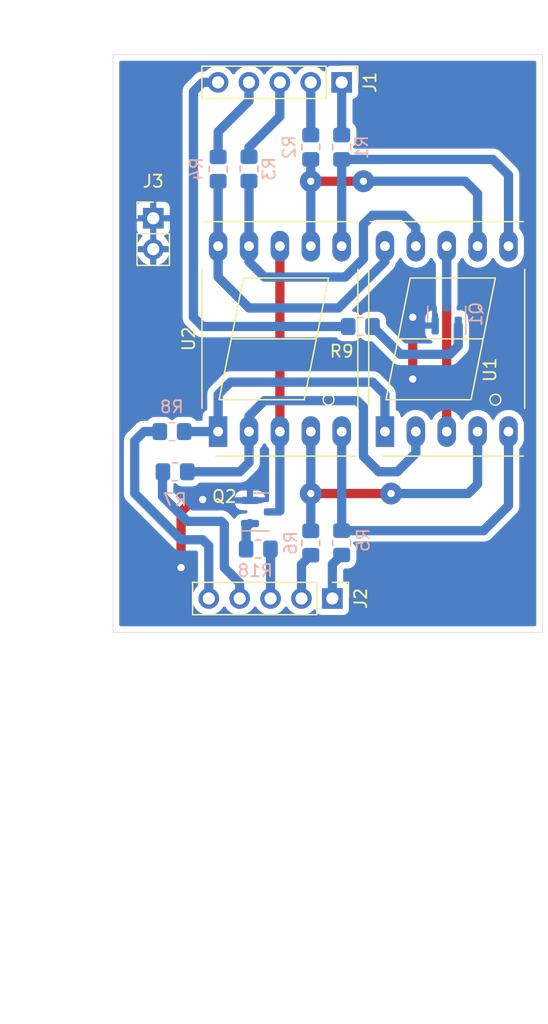
<source format=kicad_pcb>
(kicad_pcb (version 20211014) (generator pcbnew)
  (layers (0 "F.Cu" signal) (31 "B.Cu" signal) (34 "B.Paste" user) (35 "F.Paste" user) (36 "B.SilkS" user "B.Silkscreen") (37 "F.SilkS" user "F.Silkscreen") (38 "B.Mask" user) (39 "F.Mask" user) (44 "Edge.Cuts" user))
  (net 0 "")
  (net 1 "GND")
  (net 2 "G")
  (net 3 "F")
  (net 4 "A")
  (net 5 "B")
  (net 6 "E")
  (net 7 "D")
  (net 8 "C")
  (net 9 "DP")
  (net 10 "Net-(J1-Pad4)")
  (net 11 "Net-(J1-Pad3)")
  (net 12 "Net-(J1-Pad2)")
  (net 13 "Net-(J1-Pad1)")
  (net 14 "Net-(J2-Pad4)")
  (net 15 "Net-(J2-Pad2)")
  (net 16 "Net-(J2-Pad1)")
  (net 17 "Net-(Q1-Pad3)")
  (net 18 "Net-(Q1-Pad1)")
  (net 19 "Net-(Q2-Pad3)")
  (net 20 "Net-(Q2-Pad1)")
  (net 21 "D1")
  (net 22 "D2")
  (net 23 "Net-(J2-Pad5)")
  (footprint "Connector_PinHeader_2.54mm:PinHeader_1x02_P2.54mm_Vertical" (layer "F.Cu") (at 63.246 56.129)
    (fp_text reference "J3" (at 0 -3.043) (layer "F.SilkS"))
    (fp_text value "Conn_01x02_Male")
    (fp_line (start -1.33 1.27) (end 1.33 1.27) (layer "F.SilkS") (width 0.12))
    (fp_line (start -1.33 -1.33) (end 0 -1.33) (layer "F.SilkS") (width 0.12))
    (fp_line (start 1.33 1.27) (end 1.33 3.87) (layer "F.SilkS") (width 0.12))
    (fp_line (start -1.33 3.87) (end 1.33 3.87) (layer "F.SilkS") (width 0.12))
    (fp_line (start -1.33 0) (end -1.33 -1.33) (layer "F.SilkS") (width 0.12))
    (fp_line (start -1.33 1.27) (end -1.33 3.87) (layer "F.SilkS") (width 0.12))
    (pad "1" thru_hole rect (at 0 0) (size 1.7 1.7) (drill 1) (layers *.Cu *.Mask) (net 1 "GND"))
    (pad "2" thru_hole oval (at 0 2.54) (size 1.7 1.7) (drill 1) (layers *.Cu *.Mask) (net 1 "GND"))
  )
  (footprint "Display_7Segment:7SegmentLED_LTS6760_LTS6780" (layer "F.Cu") (at 68.58 73.66 90)
    (fp_text reference "U2" (at 7.62 -2.42 90) (layer "F.SilkS"))
    (fp_text value "KCSC02-123")
    (fp_line (start 1.905 -1.33) (end 13.335 -1.33) (layer "F.SilkS") (width 0.12))
    (fp_line (start 17.255 11.38) (end 17.255 -1.22) (layer "F.SilkS") (width 0.12))
    (fp_line (start 12.62 2.08) (end 7.62 1.08) (layer "F.SilkS") (width 0.12))
    (fp_line (start 7.62 1.08) (end 2.62 0.08) (layer "F.SilkS") (width 0.12))
    (fp_line (start 12.62 2.08) (end 12.62 9.08) (layer "F.SilkS") (width 0.12))
    (fp_line (start 2.62 7.08) (end 7.62 8.08) (layer "F.SilkS") (width 0.12))
    (fp_line (start 7.62 8.08) (end 7.62 1.08) (layer "F.SilkS") (width 0.12))
    (fp_line (start 1.905 11.49) (end 13.335 11.49) (layer "F.SilkS") (width 0.12))
    (fp_line (start 12.62 9.08) (end 7.62 8.08) (layer "F.SilkS") (width 0.12))
    (fp_line (start 2.62 0.08) (end 2.62 7.08) (layer "F.SilkS") (width 0.12))
    (fp_line (start -2.015 -0.22) (end -2.015 11.38) (layer "F.SilkS") (width 0.12))
    (fp_circle (center 2.62 9.08) (end 3.067214 9.08) (layer "F.SilkS") (width 0.12) (fill none))
    (pad "1" thru_hole rect (at 0 0) (size 1.524 2.524) (drill 0.8) (layers *.Cu *.Mask) (net 6 "E"))
    (pad "2" thru_hole oval (at 0 2.54) (size 1.524 2.524) (drill 0.8) (layers *.Cu *.Mask) (net 7 "D"))
    (pad "3" thru_hole oval (at 0 5.08) (size 1.524 2.524) (drill 0.8) (layers *.Cu *.Mask) (net 19 "Net-(Q2-Pad3)"))
    (pad "4" thru_hole oval (at 0 7.62) (size 1.524 2.524) (drill 0.8) (layers *.Cu *.Mask) (net 8 "C"))
    (pad "5" thru_hole oval (at 0 10.16) (size 1.524 2.524) (drill 0.8) (layers *.Cu *.Mask) (net 9 "DP"))
    (pad "6" thru_hole oval (at 15.24 10.16) (size 1.524 2.524) (drill 0.8) (layers *.Cu *.Mask) (net 5 "B"))
    (pad "7" thru_hole oval (at 15.24 7.62) (size 1.524 2.524) (drill 0.8) (layers *.Cu *.Mask) (net 4 "A"))
    (pad "8" thru_hole oval (at 15.24 5.08) (size 1.524 2.524) (drill 0.8) (layers *.Cu *.Mask) (net 19 "Net-(Q2-Pad3)"))
    (pad "9" thru_hole oval (at 15.24 2.54) (size 1.524 2.524) (drill 0.8) (layers *.Cu *.Mask) (net 3 "F"))
    (pad "10" thru_hole oval (at 15.24 0) (size 1.524 2.524) (drill 0.8) (layers *.Cu *.Mask) (net 2 "G"))
  )
  (footprint "Connector_PinHeader_2.54mm:PinHeader_1x05_P2.54mm_Vertical" (layer "F.Cu") (at 78.735 44.958 -90)
    (fp_text reference "J1" (at 0 -2.33 90) (layer "F.SilkS"))
    (fp_text value "Conn_01x05_Male")
    (fp_line (start -1.33 1.27) (end -1.33 11.49) (layer "F.SilkS") (width 0.12))
    (fp_line (start -1.33 -1.33) (end 0 -1.33) (layer "F.SilkS") (width 0.12))
    (fp_line (start -1.33 11.49) (end 1.33 11.49) (layer "F.SilkS") (width 0.12))
    (fp_line (start -1.33 1.27) (end 1.33 1.27) (layer "F.SilkS") (width 0.12))
    (fp_line (start 1.33 1.27) (end 1.33 11.49) (layer "F.SilkS") (width 0.12))
    (fp_line (start -1.33 0) (end -1.33 -1.33) (layer "F.SilkS") (width 0.12))
    (pad "1" thru_hole rect (at 0 0 270) (size 1.7 1.7) (drill 1) (layers *.Cu *.Mask) (net 13 "Net-(J1-Pad1)"))
    (pad "2" thru_hole oval (at 0 2.54 270) (size 1.7 1.7) (drill 1) (layers *.Cu *.Mask) (net 12 "Net-(J1-Pad2)"))
    (pad "3" thru_hole oval (at 0 5.08 270) (size 1.7 1.7) (drill 1) (layers *.Cu *.Mask) (net 11 "Net-(J1-Pad3)"))
    (pad "4" thru_hole oval (at 0 7.62 270) (size 1.7 1.7) (drill 1) (layers *.Cu *.Mask) (net 10 "Net-(J1-Pad4)"))
    (pad "5" thru_hole oval (at 0 10.16 270) (size 1.7 1.7) (drill 1) (layers *.Cu *.Mask) (net 21 "D1"))
  )
  (footprint "Connector_PinHeader_2.54mm:PinHeader_1x05_P2.54mm_Vertical" (layer "F.Cu") (at 77.973 87.376 -90)
    (fp_text reference "J2" (at 0 -2.33 90) (layer "F.SilkS"))
    (fp_text value "Conn_01x05_Male")
    (fp_line (start 1.33 1.27) (end 1.33 11.49) (layer "F.SilkS") (width 0.12))
    (fp_line (start -1.33 1.27) (end 1.33 1.27) (layer "F.SilkS") (width 0.12))
    (fp_line (start -1.33 1.27) (end -1.33 11.49) (layer "F.SilkS") (width 0.12))
    (fp_line (start -1.33 0) (end -1.33 -1.33) (layer "F.SilkS") (width 0.12))
    (fp_line (start -1.33 11.49) (end 1.33 11.49) (layer "F.SilkS") (width 0.12))
    (fp_line (start -1.33 -1.33) (end 0 -1.33) (layer "F.SilkS") (width 0.12))
    (pad "1" thru_hole rect (at 0 0 270) (size 1.7 1.7) (drill 1) (layers *.Cu *.Mask) (net 16 "Net-(J2-Pad1)"))
    (pad "2" thru_hole oval (at 0 2.54 270) (size 1.7 1.7) (drill 1) (layers *.Cu *.Mask) (net 15 "Net-(J2-Pad2)"))
    (pad "3" thru_hole oval (at 0 5.08 270) (size 1.7 1.7) (drill 1) (layers *.Cu *.Mask) (net 22 "D2"))
    (pad "4" thru_hole oval (at 0 7.62 270) (size 1.7 1.7) (drill 1) (layers *.Cu *.Mask) (net 14 "Net-(J2-Pad4)"))
    (pad "5" thru_hole oval (at 0 10.16 270) (size 1.7 1.7) (drill 1) (layers *.Cu *.Mask) (net 23 "Net-(J2-Pad5)"))
  )
  (footprint "Display_7Segment:7SegmentLED_LTS6760_LTS6780" (layer "F.Cu") (at 82.296 73.66 90)
    (fp_text reference "U1" (at 5.08 8.636 90) (layer "F.SilkS"))
    (fp_text value "KCSC02-123")
    (fp_line (start 12.62 9.08) (end 7.62 8.08) (layer "F.SilkS") (width 0.12))
    (fp_line (start 12.62 2.08) (end 7.62 1.08) (layer "F.SilkS") (width 0.12))
    (fp_line (start -2.015 -0.22) (end -2.015 11.38) (layer "F.SilkS") (width 0.12))
    (fp_line (start 7.62 1.08) (end 2.62 0.08) (layer "F.SilkS") (width 0.12))
    (fp_line (start 12.62 2.08) (end 12.62 9.08) (layer "F.SilkS") (width 0.12))
    (fp_line (start 1.905 -1.33) (end 13.335 -1.33) (layer "F.SilkS") (width 0.12))
    (fp_line (start 1.905 11.49) (end 13.335 11.49) (layer "F.SilkS") (width 0.12))
    (fp_line (start 17.255 11.38) (end 17.255 -1.22) (layer "F.SilkS") (width 0.12))
    (fp_line (start 2.62 7.08) (end 7.62 8.08) (layer "F.SilkS") (width 0.12))
    (fp_line (start 2.62 0.08) (end 2.62 7.08) (layer "F.SilkS") (width 0.12))
    (fp_line (start 7.62 8.08) (end 7.62 1.08) (layer "F.SilkS") (width 0.12))
    (fp_circle (center 2.62 9.08) (end 3.067214 9.08) (layer "F.SilkS") (width 0.12) (fill none))
    (pad "1" thru_hole rect (at 0 0) (size 1.524 2.524) (drill 0.8) (layers *.Cu *.Mask) (net 6 "E"))
    (pad "2" thru_hole oval (at 0 2.54) (size 1.524 2.524) (drill 0.8) (layers *.Cu *.Mask) (net 7 "D"))
    (pad "3" thru_hole oval (at 0 5.08) (size 1.524 2.524) (drill 0.8) (layers *.Cu *.Mask) (net 17 "Net-(Q1-Pad3)"))
    (pad "4" thru_hole oval (at 0 7.62) (size 1.524 2.524) (drill 0.8) (layers *.Cu *.Mask) (net 8 "C"))
    (pad "5" thru_hole oval (at 0 10.16) (size 1.524 2.524) (drill 0.8) (layers *.Cu *.Mask) (net 9 "DP"))
    (pad "6" thru_hole oval (at 15.24 10.16) (size 1.524 2.524) (drill 0.8) (layers *.Cu *.Mask) (net 5 "B"))
    (pad "7" thru_hole oval (at 15.24 7.62) (size 1.524 2.524) (drill 0.8) (layers *.Cu *.Mask) (net 4 "A"))
    (pad "8" thru_hole oval (at 15.24 5.08) (size 1.524 2.524) (drill 0.8) (layers *.Cu *.Mask) (net 17 "Net-(Q1-Pad3)"))
    (pad "9" thru_hole oval (at 15.24 2.54) (size 1.524 2.524) (drill 0.8) (layers *.Cu *.Mask) (net 3 "F"))
    (pad "10" thru_hole oval (at 15.24 0) (size 1.524 2.524) (drill 0.8) (layers *.Cu *.Mask) (net 2 "G"))
  )
  (footprint "Resistor_SMD:R_0805_2012Metric_Pad1.20x1.40mm_HandSolder" (layer "B.Cu") (at 71.882 83.312)
    (fp_text reference "R18" (at -0.254 1.778) (layer "B.SilkS") (effects (justify mirror)))
    (fp_text value "330")
    (fp_line (start -0.227064 0.735) (end 0.227064 0.735) (layer "B.SilkS") (width 0.12))
    (fp_line (start -0.227064 -0.735) (end 0.227064 -0.735) (layer "B.SilkS") (width 0.12))
    (pad "1" smd roundrect (at -1 0) (size 1.2 1.4) (layers "B.Cu" "B.Paste" "B.Mask") (roundrect_rratio 0.208333) (net 20 "Net-(Q2-Pad1)"))
    (pad "2" smd roundrect (at 1 0) (size 1.2 1.4) (layers "B.Cu" "B.Paste" "B.Mask") (roundrect_rratio 0.208333) (net 22 "D2"))
  )
  (footprint "Package_TO_SOT_SMD:SOT-23" (layer "B.Cu") (at 87.376 64.008 90)
    (fp_text reference "Q1" (at 0 2.4 90) (layer "B.SilkS") (effects (justify mirror)))
    (fp_text value "BC817")
    (fp_line (start 0 -1.56) (end -0.65 -1.56) (layer "B.SilkS") (width 0.12))
    (fp_line (start 0 1.56) (end 0.65 1.56) (layer "B.SilkS") (width 0.12))
    (fp_line (start 0 -1.56) (end 0.65 -1.56) (layer "B.SilkS") (width 0.12))
    (fp_line (start 0 1.56) (end -1.675 1.56) (layer "B.SilkS") (width 0.12))
    (pad "1" smd roundrect (at -0.9375 0.95 90) (size 1.475 0.6) (layers "B.Cu" "B.Paste" "B.Mask") (net 18 "Net-(Q1-Pad1)"))
    (pad "2" smd roundrect (at -0.9375 -0.95 90) (size 1.475 0.6) (layers "B.Cu" "B.Paste" "B.Mask") (net 1 "GND"))
    (pad "3" smd roundrect (at 0.9375 0 90) (size 1.475 0.6) (layers "B.Cu" "B.Paste" "B.Mask") (net 17 "Net-(Q1-Pad3)"))
  )
  (footprint "Resistor_SMD:R_0805_2012Metric_Pad1.20x1.40mm_HandSolder" (layer "B.Cu") (at 68.58 52.086 90)
    (fp_text reference "R4" (at 0 -1.778 90) (layer "B.SilkS") (effects (justify mirror)))
    (fp_text value "330")
    (fp_line (start -0.227064 0.735) (end 0.227064 0.735) (layer "B.SilkS") (width 0.12))
    (fp_line (start -0.227064 -0.735) (end 0.227064 -0.735) (layer "B.SilkS") (width 0.12))
    (pad "1" smd roundrect (at -1 0 90) (size 1.2 1.4) (layers "B.Cu" "B.Paste" "B.Mask") (roundrect_rratio 0.208333) (net 2 "G"))
    (pad "2" smd roundrect (at 1 0 90) (size 1.2 1.4) (layers "B.Cu" "B.Paste" "B.Mask") (roundrect_rratio 0.208333) (net 10 "Net-(J1-Pad4)"))
  )
  (footprint "Resistor_SMD:R_0805_2012Metric_Pad1.20x1.40mm_HandSolder" (layer "B.Cu") (at 64.786 73.66 180)
    (fp_text reference "R8" (at 0.016 2.032) (layer "B.SilkS") (effects (justify mirror)))
    (fp_text value "330")
    (fp_line (start -0.227064 0.735) (end 0.227064 0.735) (layer "B.SilkS") (width 0.12))
    (fp_line (start -0.227064 -0.735) (end 0.227064 -0.735) (layer "B.SilkS") (width 0.12))
    (pad "1" smd roundrect (at -1 0 180) (size 1.2 1.4) (layers "B.Cu" "B.Paste" "B.Mask") (roundrect_rratio 0.208333) (net 6 "E"))
    (pad "2" smd roundrect (at 1 0 180) (size 1.2 1.4) (layers "B.Cu" "B.Paste" "B.Mask") (roundrect_rratio 0.208333) (net 23 "Net-(J2-Pad5)"))
  )
  (footprint "Resistor_SMD:R_0805_2012Metric_Pad1.20x1.40mm_HandSolder" (layer "B.Cu") (at 80.28 65.024 180)
    (fp_text reference "R9" (at 1.54 -2.032) (layer "F.SilkS"))
    (fp_text value "330")
    (fp_line (start -0.227064 0.735) (end 0.227064 0.735) (layer "B.SilkS") (width 0.12))
    (fp_line (start -0.227064 -0.735) (end 0.227064 -0.735) (layer "B.SilkS") (width 0.12))
    (pad "1" smd roundrect (at -1 0 180) (size 1.2 1.4) (layers "B.Cu" "B.Paste" "B.Mask") (roundrect_rratio 0.208333) (net 18 "Net-(Q1-Pad1)"))
    (pad "2" smd roundrect (at 1 0 180) (size 1.2 1.4) (layers "B.Cu" "B.Paste" "B.Mask") (roundrect_rratio 0.208333) (net 21 "D1"))
  )
  (footprint "Resistor_SMD:R_0805_2012Metric_Pad1.20x1.40mm_HandSolder" (layer "B.Cu") (at 76.2 82.82 -90)
    (fp_text reference "R6" (at 0 1.65 90) (layer "B.SilkS") (effects (justify mirror)))
    (fp_text value "330")
    (fp_line (start -0.227064 0.735) (end 0.227064 0.735) (layer "B.SilkS") (width 0.12))
    (fp_line (start -0.227064 -0.735) (end 0.227064 -0.735) (layer "B.SilkS") (width 0.12))
    (pad "1" smd roundrect (at -1 0 270) (size 1.2 1.4) (layers "B.Cu" "B.Paste" "B.Mask") (roundrect_rratio 0.208333) (net 8 "C"))
    (pad "2" smd roundrect (at 1 0 270) (size 1.2 1.4) (layers "B.Cu" "B.Paste" "B.Mask") (roundrect_rratio 0.208333) (net 15 "Net-(J2-Pad2)"))
  )
  (footprint "Resistor_SMD:R_0805_2012Metric_Pad1.20x1.40mm_HandSolder" (layer "B.Cu") (at 78.74 82.804 -90)
    (fp_text reference "R5" (at -0.227064 -1.778 90) (layer "B.SilkS") (effects (justify mirror)))
    (fp_text value "330")
    (fp_line (start -0.227064 -0.735) (end 0.227064 -0.735) (layer "B.SilkS") (width 0.12))
    (fp_line (start -0.227064 0.735) (end 0.227064 0.735) (layer "B.SilkS") (width 0.12))
    (pad "1" smd roundrect (at -1 0 270) (size 1.2 1.4) (layers "B.Cu" "B.Paste" "B.Mask") (roundrect_rratio 0.208333) (net 9 "DP"))
    (pad "2" smd roundrect (at 1 0 270) (size 1.2 1.4) (layers "B.Cu" "B.Paste" "B.Mask") (roundrect_rratio 0.208333) (net 16 "Net-(J2-Pad1)"))
  )
  (footprint "Resistor_SMD:R_0805_2012Metric_Pad1.20x1.40mm_HandSolder" (layer "B.Cu") (at 78.74 50.292 90)
    (fp_text reference "R1" (at 0 1.65 90) (layer "B.SilkS") (effects (justify mirror)))
    (fp_text value "330")
    (fp_line (start -0.227064 -0.735) (end 0.227064 -0.735) (layer "B.SilkS") (width 0.12))
    (fp_line (start -0.227064 0.735) (end 0.227064 0.735) (layer "B.SilkS") (width 0.12))
    (pad "1" smd roundrect (at -1 0 90) (size 1.2 1.4) (layers "B.Cu" "B.Paste" "B.Mask") (roundrect_rratio 0.208333) (net 5 "B"))
    (pad "2" smd roundrect (at 1 0 90) (size 1.2 1.4) (layers "B.Cu" "B.Paste" "B.Mask") (roundrect_rratio 0.208333) (net 13 "Net-(J1-Pad1)"))
  )
  (footprint "Resistor_SMD:R_0805_2012Metric_Pad1.20x1.40mm_HandSolder" (layer "B.Cu") (at 76.2 50.292 90)
    (fp_text reference "R2" (at 0 -1.778 90) (layer "B.SilkS") (effects (justify mirror)))
    (fp_text value "330")
    (fp_line (start -0.227064 -0.735) (end 0.227064 -0.735) (layer "B.SilkS") (width 0.12))
    (fp_line (start -0.227064 0.735) (end 0.227064 0.735) (layer "B.SilkS") (width 0.12))
    (pad "1" smd roundrect (at -1 0 90) (size 1.2 1.4) (layers "B.Cu" "B.Paste" "B.Mask") (roundrect_rratio 0.208333) (net 4 "A"))
    (pad "2" smd roundrect (at 1 0 90) (size 1.2 1.4) (layers "B.Cu" "B.Paste" "B.Mask") (roundrect_rratio 0.208333) (net 12 "Net-(J1-Pad2)"))
  )
  (footprint "Package_TO_SOT_SMD:SOT-23" (layer "B.Cu") (at 72.136 80.264)
    (fp_text reference "Q2" (at -3.048 -1.27) (layer "F.SilkS"))
    (fp_text value "BC817")
    (fp_line (start 0 1.56) (end -1.675 1.56) (layer "B.SilkS") (width 0.12))
    (fp_line (start 0 -1.56) (end -0.65 -1.56) (layer "B.SilkS") (width 0.12))
    (fp_line (start 0 1.56) (end 0.65 1.56) (layer "B.SilkS") (width 0.12))
    (fp_line (start 0 -1.56) (end 0.65 -1.56) (layer "B.SilkS") (width 0.12))
    (pad "1" smd roundrect (at -0.9375 0.95) (size 1.475 0.6) (layers "B.Cu" "B.Paste" "B.Mask") (net 20 "Net-(Q2-Pad1)"))
    (pad "2" smd roundrect (at -0.9375 -0.95) (size 1.475 0.6) (layers "B.Cu" "B.Paste" "B.Mask") (net 1 "GND"))
    (pad "3" smd roundrect (at 0.9375 0) (size 1.475 0.6) (layers "B.Cu" "B.Paste" "B.Mask") (net 19 "Net-(Q2-Pad3)"))
  )
  (footprint "Resistor_SMD:R_0805_2012Metric_Pad1.20x1.40mm_HandSolder" (layer "B.Cu") (at 65.04 76.962 180)
    (fp_text reference "R7" (at 0.016 -2.286) (layer "B.SilkS") (effects (justify mirror)))
    (fp_text value "330")
    (fp_line (start -0.227064 -0.735) (end 0.227064 -0.735) (layer "B.SilkS") (width 0.12))
    (fp_line (start -0.227064 0.735) (end 0.227064 0.735) (layer "B.SilkS") (width 0.12))
    (pad "1" smd roundrect (at -1 0 180) (size 1.2 1.4) (layers "B.Cu" "B.Paste" "B.Mask") (roundrect_rratio 0.208333) (net 7 "D"))
    (pad "2" smd roundrect (at 1 0 180) (size 1.2 1.4) (layers "B.Cu" "B.Paste" "B.Mask") (roundrect_rratio 0.208333) (net 14 "Net-(J2-Pad4)"))
  )
  (footprint "Resistor_SMD:R_0805_2012Metric_Pad1.20x1.40mm_HandSolder" (layer "B.Cu") (at 71.12 52.07 90)
    (fp_text reference "R3" (at 0 1.65 90) (layer "B.SilkS") (effects (justify mirror)))
    (fp_text value "330")
    (fp_line (start -0.227064 -0.735) (end 0.227064 -0.735) (layer "B.SilkS") (width 0.12))
    (fp_line (start -0.227064 0.735) (end 0.227064 0.735) (layer "B.SilkS") (width 0.12))
    (pad "1" smd roundrect (at -1 0 90) (size 1.2 1.4) (layers "B.Cu" "B.Paste" "B.Mask") (roundrect_rratio 0.208333) (net 3 "F"))
    (pad "2" smd roundrect (at 1 0 90) (size 1.2 1.4) (layers "B.Cu" "B.Paste" "B.Mask") (roundrect_rratio 0.208333) (net 11 "Net-(J1-Pad3)"))
  )
  (gr_line (start 95.25 90.17) (end 95.25 42.672) (layer "Edge.Cuts") (width 0.05))
  (gr_line (start 59.944 42.672) (end 59.944 90.17) (layer "Edge.Cuts") (width 0.05))
  (gr_line (start 59.944 90.17) (end 95.25 90.17) (layer "Edge.Cuts") (width 0.05))
  (gr_line (start 95.25 42.672) (end 59.944 42.672) (layer "Edge.Cuts") (width 0.05))
  (segment (start 84.582 69.342) (end 84.582 64.262) (width 0.762) (layer "F.Cu") (net 1))
  (segment (start 65.532 80.264) (end 66.802 78.994) (width 0.762) (layer "F.Cu") (net 1))
  (segment (start 65.532 84.836) (end 65.532 80.264) (width 0.762) (layer "F.Cu") (net 1))
  (via (at 65.532 84.836) (size 1.8) (drill 0.6) (layers "F.Cu" "B.Cu") (net 1))
  (via (at 84.582 64.262) (size 1.8) (drill 0.6) (layers "F.Cu" "B.Cu") (net 1))
  (via (at 67.31 79.248) (size 1.8) (drill 0.6) (layers "F.Cu" "B.Cu") (net 1))
  (via (at 84.582 69.342) (size 1.8) (drill 0.6) (layers "F.Cu" "B.Cu") (net 1))
  (segment (start 71.12 63.5) (end 68.58 60.96) (width 0.762) (layer "B.Cu") (net 2))
  (segment (start 68.58 60.96) (end 68.58 58.42) (width 0.762) (layer "B.Cu") (net 2))
  (segment (start 78.486 63.5) (end 71.12 63.5) (width 0.762) (layer "B.Cu") (net 2))
  (segment (start 68.58 58.42) (end 68.58 53.086) (width 0.762) (layer "B.Cu") (net 2))
  (segment (start 82.296 58.42) (end 82.296 59.69) (width 0.762) (layer "B.Cu") (net 2))
  (segment (start 82.296 59.69) (end 78.486 63.5) (width 0.762) (layer "B.Cu") (net 2))
  (segment (start 81.28 55.88) (end 83.82 55.88) (width 0.762) (layer "B.Cu") (net 3))
  (segment (start 71.12 58.42) (end 71.12 55.34) (width 0.762) (layer "B.Cu") (net 3))
  (segment (start 79.034187 60.96) (end 72.39 60.96) (width 0.762) (layer "B.Cu") (net 3))
  (segment (start 80.5285 56.6315) (end 81.28 55.88) (width 0.762) (layer "B.Cu") (net 3))
  (segment (start 80.5285 59.465687) (end 80.5285 56.6315) (width 0.762) (layer "B.Cu") (net 3))
  (segment (start 72.39 60.96) (end 71.12 59.69) (width 0.762) (layer "B.Cu") (net 3))
  (segment (start 71.12 59.69) (end 71.12 58.42) (width 0.762) (layer "B.Cu") (net 3))
  (segment (start 80.5285 59.465687) (end 79.034187 60.96) (width 0.762) (layer "B.Cu") (net 3))
  (segment (start 71.12 53.07) (end 71.12 55.34) (width 0.762) (layer "B.Cu") (net 3))
  (segment (start 83.82 55.88) (end 84.836 56.896) (width 0.762) (layer "B.Cu") (net 3))
  (segment (start 84.836 56.896) (end 84.836 58.42) (width 0.762) (layer "B.Cu") (net 3))
  (segment (start 80.5285 53.086) (end 76.2 53.086) (width 0.762) (layer "F.Cu") (net 4))
  (via (at 80.5285 53.086) (size 1.8) (drill 0.6) (layers "F.Cu" "B.Cu") (net 4))
  (via (at 76.2 53.086) (size 1.8) (drill 0.6) (layers "F.Cu" "B.Cu") (net 4))
  (segment (start 88.9 53.086) (end 80.5285 53.086) (width 0.762) (layer "B.Cu") (net 4))
  (segment (start 89.916 54.102) (end 88.9 53.086) (width 0.762) (layer "B.Cu") (net 4))
  (segment (start 89.916 58.42) (end 89.916 54.102) (width 0.762) (layer "B.Cu") (net 4))
  (segment (start 76.2 53.086) (end 76.2 51.292) (width 0.762) (layer "B.Cu") (net 4))
  (segment (start 76.2 53.086) (end 76.2 58.42) (width 0.762) (layer "B.Cu") (net 4))
  (segment (start 92.456 52.578) (end 91.17 51.292) (width 0.762) (layer "B.Cu") (net 5))
  (segment (start 78.74 58.42) (end 78.74 51.292) (width 0.762) (layer "B.Cu") (net 5))
  (segment (start 91.17 51.292) (end 78.74 51.292) (width 0.762) (layer "B.Cu") (net 5))
  (segment (start 92.456 58.42) (end 92.456 52.578) (width 0.762) (layer "B.Cu") (net 5))
  (segment (start 69.596 69.596) (end 81.28 69.596) (width 0.762) (layer "B.Cu") (net 6))
  (segment (start 68.58 70.612) (end 69.596 69.596) (width 0.762) (layer "B.Cu") (net 6))
  (segment (start 82.296 70.612) (end 82.296 73.66) (width 0.762) (layer "B.Cu") (net 6))
  (segment (start 68.58 73.66) (end 68.58 70.612) (width 0.762) (layer "B.Cu") (net 6))
  (segment (start 65.786 73.66) (end 68.58 73.66) (width 0.762) (layer "B.Cu") (net 6))
  (segment (start 81.28 69.596) (end 82.296 70.612) (width 0.762) (layer "B.Cu") (net 6))
  (segment (start 80.01 71.12) (end 80.5285 71.6385) (width 0.762) (layer "B.Cu") (net 7))
  (segment (start 84.836 73.66) (end 84.836 75.438) (width 0.762) (layer "B.Cu") (net 7))
  (segment (start 71.12 73.66) (end 71.12 72.39) (width 0.762) (layer "B.Cu") (net 7))
  (segment (start 80.5285 71.6385) (end 80.5285 75.693522) (width 0.762) (layer "B.Cu") (net 7))
  (segment (start 72.39 71.12) (end 80.01 71.12) (width 0.762) (layer "B.Cu") (net 7))
  (segment (start 81.796978 76.962) (end 83.312 76.962) (width 0.762) (layer "B.Cu") (net 7))
  (segment (start 66.04 76.962) (end 70.358 76.962) (width 0.762) (layer "B.Cu") (net 7))
  (segment (start 70.358 76.962) (end 71.12 76.2) (width 0.762) (layer "B.Cu") (net 7))
  (segment (start 71.12 76.2) (end 71.12 73.66) (width 0.762) (layer "B.Cu") (net 7))
  (segment (start 80.5285 75.693522) (end 81.796978 76.962) (width 0.762) (layer "B.Cu") (net 7))
  (segment (start 71.12 72.39) (end 72.39 71.12) (width 0.762) (layer "B.Cu") (net 7))
  (segment (start 84.836 75.438) (end 83.312 76.962) (width 0.762) (layer "B.Cu") (net 7))
  (segment (start 82.804 78.7505) (end 76.2 78.7505) (width 0.762) (layer "F.Cu") (net 8))
  (via (at 82.804 78.7505) (size 1.8) (drill 0.6) (layers "F.Cu" "B.Cu") (net 8))
  (via (at 76.2 78.7505) (size 1.8) (drill 0.6) (layers "F.Cu" "B.Cu") (net 8))
  (segment (start 89.916 77.978) (end 89.916 73.66) (width 0.762) (layer "B.Cu") (net 8))
  (segment (start 76.2 78.74) (end 76.2 81.82) (width 0.762) (layer "B.Cu") (net 8))
  (segment (start 89.1435 78.7505) (end 89.916 77.978) (width 0.762) (layer "B.Cu") (net 8))
  (segment (start 76.2 78.74) (end 76.2 78.7505) (width 0.762) (layer "B.Cu") (net 8))
  (segment (start 76.2 73.66) (end 76.2 78.74) (width 0.762) (layer "B.Cu") (net 8))
  (segment (start 82.804 78.7505) (end 89.1435 78.7505) (width 0.762) (layer "B.Cu") (net 8))
  (segment (start 92.456 73.66) (end 92.456 79.756) (width 0.762) (layer "B.Cu") (net 9))
  (segment (start 92.456 79.756) (end 90.408 81.804) (width 0.762) (layer "B.Cu") (net 9))
  (segment (start 78.74 73.66) (end 78.74 81.804) (width 0.762) (layer "B.Cu") (net 9))
  (segment (start 90.408 81.804) (end 78.74 81.804) (width 0.762) (layer "B.Cu") (net 9))
  (segment (start 71.115 46.487) (end 71.115 44.958) (width 0.762) (layer "B.Cu") (net 10))
  (segment (start 68.58 49.022) (end 71.115 46.487) (width 0.762) (layer "B.Cu") (net 10))
  (segment (start 68.58 51.086) (end 68.58 49.022) (width 0.762) (layer "B.Cu") (net 10))
  (segment (start 73.655 47.757) (end 73.655 44.958) (width 0.762) (layer "B.Cu") (net 11))
  (segment (start 71.12 50.292) (end 73.655 47.757) (width 0.762) (layer "B.Cu") (net 11))
  (segment (start 71.12 51.07) (end 71.12 50.292) (width 0.762) (layer "B.Cu") (net 11))
  (segment (start 76.2 44.963) (end 76.195 44.958) (width 0.762) (layer "B.Cu") (net 12))
  (segment (start 76.2 49.292) (end 76.2 44.963) (width 0.762) (layer "B.Cu") (net 12))
  (segment (start 78.74 49.292) (end 78.74 44.963) (width 0.762) (layer "B.Cu") (net 13))
  (segment (start 78.74 44.963) (end 78.735 44.958) (width 0.762) (layer "B.Cu") (net 13))
  (segment (start 64.008 77.40411) (end 64.008 78.994) (width 0.762) (layer "B.Cu") (net 14))
  (segment (start 69.088 84.836) (end 70.353 86.101) (width 0.762) (layer "B.Cu") (net 14))
  (segment (start 64.008 78.994) (end 66.050511 81.036511) (width 0.762) (layer "B.Cu") (net 14))
  (segment (start 69.088 81.28) (end 69.088 84.836) (width 0.762) (layer "B.Cu") (net 14))
  (segment (start 68.834 81.026) (end 69.088 81.28) (width 0.762) (layer "B.Cu") (net 14))
  (segment (start 66.050511 81.036511) (end 68.823489 81.036511) (width 0.762) (layer "B.Cu") (net 14))
  (segment (start 64.04 76.962) (end 64.04 77.37211) (width 0.762) (layer "B.Cu") (net 14))
  (segment (start 68.823489 81.036511) (end 68.834 81.026) (width 0.762) (layer "B.Cu") (net 14))
  (segment (start 70.353 86.101) (end 70.353 87.376) (width 0.762) (layer "B.Cu") (net 14))
  (segment (start 64.04 77.37211) (end 64.008 77.40411) (width 0.762) (layer "B.Cu") (net 14))
  (segment (start 75.433 87.376) (end 75.433 84.587) (width 0.762) (layer "B.Cu") (net 15))
  (segment (start 75.433 84.587) (end 76.2 83.82) (width 0.762) (layer "B.Cu") (net 15))
  (segment (start 77.973 87.376) (end 77.973 84.571) (width 0.762) (layer "B.Cu") (net 16))
  (segment (start 77.973 84.571) (end 78.74 83.804) (width 0.762) (layer "B.Cu") (net 16))
  (segment (start 87.376 73.66) (end 87.376 58.42) (width 0.762) (layer "F.Cu") (net 17))
  (segment (start 87.376 58.42) (end 87.376 63.0705) (width 0.762) (layer "B.Cu") (net 17))
  (segment (start 83.566 67.31) (end 81.28 65.024) (width 0.762) (layer "B.Cu") (net 18))
  (segment (start 88.326 64.9455) (end 88.326 66.614) (width 0.762) (layer "B.Cu") (net 18))
  (segment (start 87.63 67.31) (end 83.566 67.31) (width 0.762) (layer "B.Cu") (net 18))
  (segment (start 88.326 66.614) (end 87.63 67.31) (width 0.762) (layer "B.Cu") (net 18))
  (segment (start 73.66 58.42) (end 73.66 73.66) (width 0.762) (layer "F.Cu") (net 19))
  (segment (start 73.66 80.1855) (end 73.66 73.66) (width 0.762) (layer "B.Cu") (net 19))
  (segment (start 70.882 81.5305) (end 71.1985 81.214) (width 0.762) (layer "B.Cu") (net 20))
  (segment (start 70.882 83.312) (end 70.882 81.5305) (width 0.762) (layer "B.Cu") (net 20))
  (segment (start 66.548 45.72) (end 67.31 44.958) (width 0.762) (layer "B.Cu") (net 21))
  (segment (start 67.31 65.024) (end 66.548 64.262) (width 0.762) (layer "B.Cu") (net 21))
  (segment (start 79.28 65.024) (end 67.31 65.024) (width 0.762) (layer "B.Cu") (net 21))
  (segment (start 67.31 44.958) (end 68.575 44.958) (width 0.762) (layer "B.Cu") (net 21))
  (segment (start 66.548 64.262) (end 66.548 45.72) (width 0.762) (layer "B.Cu") (net 21))
  (segment (start 72.893 83.323) (end 72.882 83.312) (width 0.762) (layer "B.Cu") (net 22))
  (segment (start 72.893 87.376) (end 72.893 83.323) (width 0.762) (layer "B.Cu") (net 22))
  (segment (start 61.722 74.422) (end 62.484 73.66) (width 0.762) (layer "B.Cu") (net 23))
  (segment (start 61.722 78.74) (end 61.722 74.422) (width 0.762) (layer "B.Cu") (net 23))
  (segment (start 67.813 83.053) (end 67.31 82.55) (width 0.762) (layer "B.Cu") (net 23))
  (segment (start 65.532 82.55) (end 61.722 78.74) (width 0.762) (layer "B.Cu") (net 23))
  (segment (start 67.813 87.376) (end 67.813 83.053) (width 0.762) (layer "B.Cu") (net 23))
  (segment (start 67.31 82.55) (end 65.532 82.55) (width 0.762) (layer "B.Cu") (net 23))
  (segment (start 62.484 73.66) (end 63.786 73.66) (width 0.762) (layer "B.Cu") (net 23))
  (zone (net 1) (net_name "GND") (layer "B.Cu") (connect_pads (clearance 0.508)) (min_thickness 0.254) (fill yes (thermal_gap 0.508) (thermal_bridge_width 0.508))
    (polygon (pts (xy 95.25 90.17) (xy 59.944 90.17) (xy 59.944 42.672) (xy 95.25 42.672)))
  )
)
</source>
